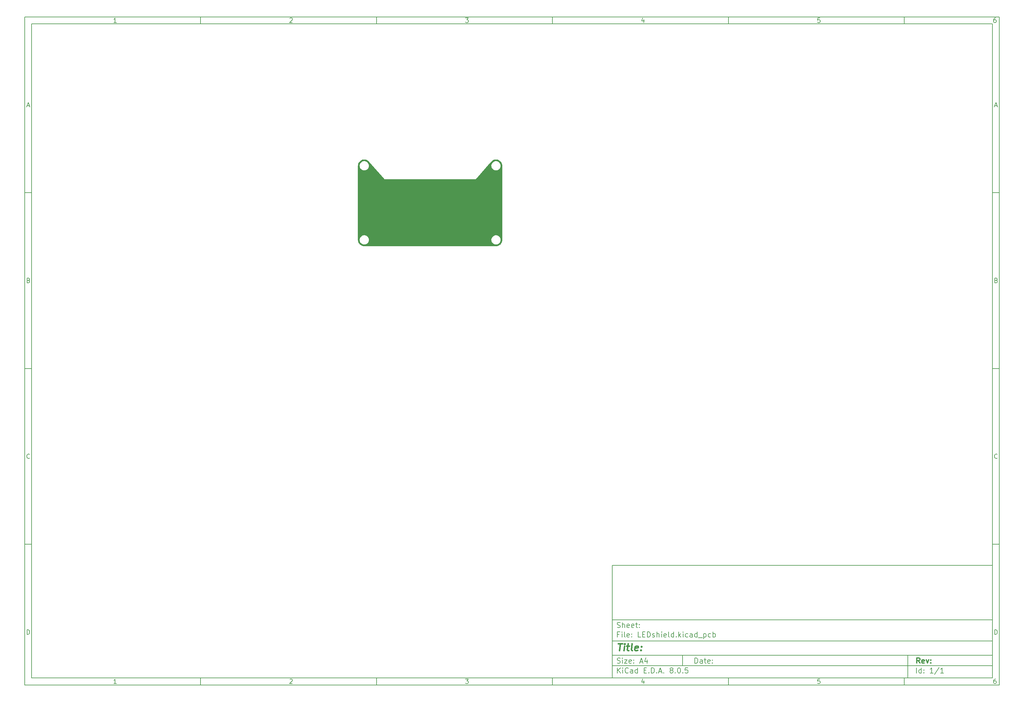
<source format=gbr>
%TF.GenerationSoftware,KiCad,Pcbnew,8.0.5*%
%TF.CreationDate,2024-11-03T22:21:08+08:00*%
%TF.ProjectId,LEDshield,4c454473-6869-4656-9c64-2e6b69636164,rev?*%
%TF.SameCoordinates,Original*%
%TF.FileFunction,Copper,L2,Bot*%
%TF.FilePolarity,Positive*%
%FSLAX46Y46*%
G04 Gerber Fmt 4.6, Leading zero omitted, Abs format (unit mm)*
G04 Created by KiCad (PCBNEW 8.0.5) date 2024-11-03 22:21:08*
%MOMM*%
%LPD*%
G01*
G04 APERTURE LIST*
%ADD10C,0.100000*%
%ADD11C,0.150000*%
%ADD12C,0.300000*%
%ADD13C,0.400000*%
%TA.AperFunction,ViaPad*%
%ADD14C,0.600000*%
%TD*%
G04 APERTURE END LIST*
D10*
D11*
X177002200Y-166007200D02*
X285002200Y-166007200D01*
X285002200Y-198007200D01*
X177002200Y-198007200D01*
X177002200Y-166007200D01*
D10*
D11*
X10000000Y-10000000D02*
X287002200Y-10000000D01*
X287002200Y-200007200D01*
X10000000Y-200007200D01*
X10000000Y-10000000D01*
D10*
D11*
X12000000Y-12000000D02*
X285002200Y-12000000D01*
X285002200Y-198007200D01*
X12000000Y-198007200D01*
X12000000Y-12000000D01*
D10*
D11*
X60000000Y-12000000D02*
X60000000Y-10000000D01*
D10*
D11*
X110000000Y-12000000D02*
X110000000Y-10000000D01*
D10*
D11*
X160000000Y-12000000D02*
X160000000Y-10000000D01*
D10*
D11*
X210000000Y-12000000D02*
X210000000Y-10000000D01*
D10*
D11*
X260000000Y-12000000D02*
X260000000Y-10000000D01*
D10*
D11*
X36089160Y-11593604D02*
X35346303Y-11593604D01*
X35717731Y-11593604D02*
X35717731Y-10293604D01*
X35717731Y-10293604D02*
X35593922Y-10479319D01*
X35593922Y-10479319D02*
X35470112Y-10603128D01*
X35470112Y-10603128D02*
X35346303Y-10665033D01*
D10*
D11*
X85346303Y-10417414D02*
X85408207Y-10355509D01*
X85408207Y-10355509D02*
X85532017Y-10293604D01*
X85532017Y-10293604D02*
X85841541Y-10293604D01*
X85841541Y-10293604D02*
X85965350Y-10355509D01*
X85965350Y-10355509D02*
X86027255Y-10417414D01*
X86027255Y-10417414D02*
X86089160Y-10541223D01*
X86089160Y-10541223D02*
X86089160Y-10665033D01*
X86089160Y-10665033D02*
X86027255Y-10850747D01*
X86027255Y-10850747D02*
X85284398Y-11593604D01*
X85284398Y-11593604D02*
X86089160Y-11593604D01*
D10*
D11*
X135284398Y-10293604D02*
X136089160Y-10293604D01*
X136089160Y-10293604D02*
X135655826Y-10788842D01*
X135655826Y-10788842D02*
X135841541Y-10788842D01*
X135841541Y-10788842D02*
X135965350Y-10850747D01*
X135965350Y-10850747D02*
X136027255Y-10912652D01*
X136027255Y-10912652D02*
X136089160Y-11036461D01*
X136089160Y-11036461D02*
X136089160Y-11345985D01*
X136089160Y-11345985D02*
X136027255Y-11469795D01*
X136027255Y-11469795D02*
X135965350Y-11531700D01*
X135965350Y-11531700D02*
X135841541Y-11593604D01*
X135841541Y-11593604D02*
X135470112Y-11593604D01*
X135470112Y-11593604D02*
X135346303Y-11531700D01*
X135346303Y-11531700D02*
X135284398Y-11469795D01*
D10*
D11*
X185965350Y-10726938D02*
X185965350Y-11593604D01*
X185655826Y-10231700D02*
X185346303Y-11160271D01*
X185346303Y-11160271D02*
X186151064Y-11160271D01*
D10*
D11*
X236027255Y-10293604D02*
X235408207Y-10293604D01*
X235408207Y-10293604D02*
X235346303Y-10912652D01*
X235346303Y-10912652D02*
X235408207Y-10850747D01*
X235408207Y-10850747D02*
X235532017Y-10788842D01*
X235532017Y-10788842D02*
X235841541Y-10788842D01*
X235841541Y-10788842D02*
X235965350Y-10850747D01*
X235965350Y-10850747D02*
X236027255Y-10912652D01*
X236027255Y-10912652D02*
X236089160Y-11036461D01*
X236089160Y-11036461D02*
X236089160Y-11345985D01*
X236089160Y-11345985D02*
X236027255Y-11469795D01*
X236027255Y-11469795D02*
X235965350Y-11531700D01*
X235965350Y-11531700D02*
X235841541Y-11593604D01*
X235841541Y-11593604D02*
X235532017Y-11593604D01*
X235532017Y-11593604D02*
X235408207Y-11531700D01*
X235408207Y-11531700D02*
X235346303Y-11469795D01*
D10*
D11*
X285965350Y-10293604D02*
X285717731Y-10293604D01*
X285717731Y-10293604D02*
X285593922Y-10355509D01*
X285593922Y-10355509D02*
X285532017Y-10417414D01*
X285532017Y-10417414D02*
X285408207Y-10603128D01*
X285408207Y-10603128D02*
X285346303Y-10850747D01*
X285346303Y-10850747D02*
X285346303Y-11345985D01*
X285346303Y-11345985D02*
X285408207Y-11469795D01*
X285408207Y-11469795D02*
X285470112Y-11531700D01*
X285470112Y-11531700D02*
X285593922Y-11593604D01*
X285593922Y-11593604D02*
X285841541Y-11593604D01*
X285841541Y-11593604D02*
X285965350Y-11531700D01*
X285965350Y-11531700D02*
X286027255Y-11469795D01*
X286027255Y-11469795D02*
X286089160Y-11345985D01*
X286089160Y-11345985D02*
X286089160Y-11036461D01*
X286089160Y-11036461D02*
X286027255Y-10912652D01*
X286027255Y-10912652D02*
X285965350Y-10850747D01*
X285965350Y-10850747D02*
X285841541Y-10788842D01*
X285841541Y-10788842D02*
X285593922Y-10788842D01*
X285593922Y-10788842D02*
X285470112Y-10850747D01*
X285470112Y-10850747D02*
X285408207Y-10912652D01*
X285408207Y-10912652D02*
X285346303Y-11036461D01*
D10*
D11*
X60000000Y-198007200D02*
X60000000Y-200007200D01*
D10*
D11*
X110000000Y-198007200D02*
X110000000Y-200007200D01*
D10*
D11*
X160000000Y-198007200D02*
X160000000Y-200007200D01*
D10*
D11*
X210000000Y-198007200D02*
X210000000Y-200007200D01*
D10*
D11*
X260000000Y-198007200D02*
X260000000Y-200007200D01*
D10*
D11*
X36089160Y-199600804D02*
X35346303Y-199600804D01*
X35717731Y-199600804D02*
X35717731Y-198300804D01*
X35717731Y-198300804D02*
X35593922Y-198486519D01*
X35593922Y-198486519D02*
X35470112Y-198610328D01*
X35470112Y-198610328D02*
X35346303Y-198672233D01*
D10*
D11*
X85346303Y-198424614D02*
X85408207Y-198362709D01*
X85408207Y-198362709D02*
X85532017Y-198300804D01*
X85532017Y-198300804D02*
X85841541Y-198300804D01*
X85841541Y-198300804D02*
X85965350Y-198362709D01*
X85965350Y-198362709D02*
X86027255Y-198424614D01*
X86027255Y-198424614D02*
X86089160Y-198548423D01*
X86089160Y-198548423D02*
X86089160Y-198672233D01*
X86089160Y-198672233D02*
X86027255Y-198857947D01*
X86027255Y-198857947D02*
X85284398Y-199600804D01*
X85284398Y-199600804D02*
X86089160Y-199600804D01*
D10*
D11*
X135284398Y-198300804D02*
X136089160Y-198300804D01*
X136089160Y-198300804D02*
X135655826Y-198796042D01*
X135655826Y-198796042D02*
X135841541Y-198796042D01*
X135841541Y-198796042D02*
X135965350Y-198857947D01*
X135965350Y-198857947D02*
X136027255Y-198919852D01*
X136027255Y-198919852D02*
X136089160Y-199043661D01*
X136089160Y-199043661D02*
X136089160Y-199353185D01*
X136089160Y-199353185D02*
X136027255Y-199476995D01*
X136027255Y-199476995D02*
X135965350Y-199538900D01*
X135965350Y-199538900D02*
X135841541Y-199600804D01*
X135841541Y-199600804D02*
X135470112Y-199600804D01*
X135470112Y-199600804D02*
X135346303Y-199538900D01*
X135346303Y-199538900D02*
X135284398Y-199476995D01*
D10*
D11*
X185965350Y-198734138D02*
X185965350Y-199600804D01*
X185655826Y-198238900D02*
X185346303Y-199167471D01*
X185346303Y-199167471D02*
X186151064Y-199167471D01*
D10*
D11*
X236027255Y-198300804D02*
X235408207Y-198300804D01*
X235408207Y-198300804D02*
X235346303Y-198919852D01*
X235346303Y-198919852D02*
X235408207Y-198857947D01*
X235408207Y-198857947D02*
X235532017Y-198796042D01*
X235532017Y-198796042D02*
X235841541Y-198796042D01*
X235841541Y-198796042D02*
X235965350Y-198857947D01*
X235965350Y-198857947D02*
X236027255Y-198919852D01*
X236027255Y-198919852D02*
X236089160Y-199043661D01*
X236089160Y-199043661D02*
X236089160Y-199353185D01*
X236089160Y-199353185D02*
X236027255Y-199476995D01*
X236027255Y-199476995D02*
X235965350Y-199538900D01*
X235965350Y-199538900D02*
X235841541Y-199600804D01*
X235841541Y-199600804D02*
X235532017Y-199600804D01*
X235532017Y-199600804D02*
X235408207Y-199538900D01*
X235408207Y-199538900D02*
X235346303Y-199476995D01*
D10*
D11*
X285965350Y-198300804D02*
X285717731Y-198300804D01*
X285717731Y-198300804D02*
X285593922Y-198362709D01*
X285593922Y-198362709D02*
X285532017Y-198424614D01*
X285532017Y-198424614D02*
X285408207Y-198610328D01*
X285408207Y-198610328D02*
X285346303Y-198857947D01*
X285346303Y-198857947D02*
X285346303Y-199353185D01*
X285346303Y-199353185D02*
X285408207Y-199476995D01*
X285408207Y-199476995D02*
X285470112Y-199538900D01*
X285470112Y-199538900D02*
X285593922Y-199600804D01*
X285593922Y-199600804D02*
X285841541Y-199600804D01*
X285841541Y-199600804D02*
X285965350Y-199538900D01*
X285965350Y-199538900D02*
X286027255Y-199476995D01*
X286027255Y-199476995D02*
X286089160Y-199353185D01*
X286089160Y-199353185D02*
X286089160Y-199043661D01*
X286089160Y-199043661D02*
X286027255Y-198919852D01*
X286027255Y-198919852D02*
X285965350Y-198857947D01*
X285965350Y-198857947D02*
X285841541Y-198796042D01*
X285841541Y-198796042D02*
X285593922Y-198796042D01*
X285593922Y-198796042D02*
X285470112Y-198857947D01*
X285470112Y-198857947D02*
X285408207Y-198919852D01*
X285408207Y-198919852D02*
X285346303Y-199043661D01*
D10*
D11*
X10000000Y-60000000D02*
X12000000Y-60000000D01*
D10*
D11*
X10000000Y-110000000D02*
X12000000Y-110000000D01*
D10*
D11*
X10000000Y-160000000D02*
X12000000Y-160000000D01*
D10*
D11*
X10690476Y-35222176D02*
X11309523Y-35222176D01*
X10566666Y-35593604D02*
X10999999Y-34293604D01*
X10999999Y-34293604D02*
X11433333Y-35593604D01*
D10*
D11*
X11092857Y-84912652D02*
X11278571Y-84974557D01*
X11278571Y-84974557D02*
X11340476Y-85036461D01*
X11340476Y-85036461D02*
X11402380Y-85160271D01*
X11402380Y-85160271D02*
X11402380Y-85345985D01*
X11402380Y-85345985D02*
X11340476Y-85469795D01*
X11340476Y-85469795D02*
X11278571Y-85531700D01*
X11278571Y-85531700D02*
X11154761Y-85593604D01*
X11154761Y-85593604D02*
X10659523Y-85593604D01*
X10659523Y-85593604D02*
X10659523Y-84293604D01*
X10659523Y-84293604D02*
X11092857Y-84293604D01*
X11092857Y-84293604D02*
X11216666Y-84355509D01*
X11216666Y-84355509D02*
X11278571Y-84417414D01*
X11278571Y-84417414D02*
X11340476Y-84541223D01*
X11340476Y-84541223D02*
X11340476Y-84665033D01*
X11340476Y-84665033D02*
X11278571Y-84788842D01*
X11278571Y-84788842D02*
X11216666Y-84850747D01*
X11216666Y-84850747D02*
X11092857Y-84912652D01*
X11092857Y-84912652D02*
X10659523Y-84912652D01*
D10*
D11*
X11402380Y-135469795D02*
X11340476Y-135531700D01*
X11340476Y-135531700D02*
X11154761Y-135593604D01*
X11154761Y-135593604D02*
X11030952Y-135593604D01*
X11030952Y-135593604D02*
X10845238Y-135531700D01*
X10845238Y-135531700D02*
X10721428Y-135407890D01*
X10721428Y-135407890D02*
X10659523Y-135284080D01*
X10659523Y-135284080D02*
X10597619Y-135036461D01*
X10597619Y-135036461D02*
X10597619Y-134850747D01*
X10597619Y-134850747D02*
X10659523Y-134603128D01*
X10659523Y-134603128D02*
X10721428Y-134479319D01*
X10721428Y-134479319D02*
X10845238Y-134355509D01*
X10845238Y-134355509D02*
X11030952Y-134293604D01*
X11030952Y-134293604D02*
X11154761Y-134293604D01*
X11154761Y-134293604D02*
X11340476Y-134355509D01*
X11340476Y-134355509D02*
X11402380Y-134417414D01*
D10*
D11*
X10659523Y-185593604D02*
X10659523Y-184293604D01*
X10659523Y-184293604D02*
X10969047Y-184293604D01*
X10969047Y-184293604D02*
X11154761Y-184355509D01*
X11154761Y-184355509D02*
X11278571Y-184479319D01*
X11278571Y-184479319D02*
X11340476Y-184603128D01*
X11340476Y-184603128D02*
X11402380Y-184850747D01*
X11402380Y-184850747D02*
X11402380Y-185036461D01*
X11402380Y-185036461D02*
X11340476Y-185284080D01*
X11340476Y-185284080D02*
X11278571Y-185407890D01*
X11278571Y-185407890D02*
X11154761Y-185531700D01*
X11154761Y-185531700D02*
X10969047Y-185593604D01*
X10969047Y-185593604D02*
X10659523Y-185593604D01*
D10*
D11*
X287002200Y-60000000D02*
X285002200Y-60000000D01*
D10*
D11*
X287002200Y-110000000D02*
X285002200Y-110000000D01*
D10*
D11*
X287002200Y-160000000D02*
X285002200Y-160000000D01*
D10*
D11*
X285692676Y-35222176D02*
X286311723Y-35222176D01*
X285568866Y-35593604D02*
X286002199Y-34293604D01*
X286002199Y-34293604D02*
X286435533Y-35593604D01*
D10*
D11*
X286095057Y-84912652D02*
X286280771Y-84974557D01*
X286280771Y-84974557D02*
X286342676Y-85036461D01*
X286342676Y-85036461D02*
X286404580Y-85160271D01*
X286404580Y-85160271D02*
X286404580Y-85345985D01*
X286404580Y-85345985D02*
X286342676Y-85469795D01*
X286342676Y-85469795D02*
X286280771Y-85531700D01*
X286280771Y-85531700D02*
X286156961Y-85593604D01*
X286156961Y-85593604D02*
X285661723Y-85593604D01*
X285661723Y-85593604D02*
X285661723Y-84293604D01*
X285661723Y-84293604D02*
X286095057Y-84293604D01*
X286095057Y-84293604D02*
X286218866Y-84355509D01*
X286218866Y-84355509D02*
X286280771Y-84417414D01*
X286280771Y-84417414D02*
X286342676Y-84541223D01*
X286342676Y-84541223D02*
X286342676Y-84665033D01*
X286342676Y-84665033D02*
X286280771Y-84788842D01*
X286280771Y-84788842D02*
X286218866Y-84850747D01*
X286218866Y-84850747D02*
X286095057Y-84912652D01*
X286095057Y-84912652D02*
X285661723Y-84912652D01*
D10*
D11*
X286404580Y-135469795D02*
X286342676Y-135531700D01*
X286342676Y-135531700D02*
X286156961Y-135593604D01*
X286156961Y-135593604D02*
X286033152Y-135593604D01*
X286033152Y-135593604D02*
X285847438Y-135531700D01*
X285847438Y-135531700D02*
X285723628Y-135407890D01*
X285723628Y-135407890D02*
X285661723Y-135284080D01*
X285661723Y-135284080D02*
X285599819Y-135036461D01*
X285599819Y-135036461D02*
X285599819Y-134850747D01*
X285599819Y-134850747D02*
X285661723Y-134603128D01*
X285661723Y-134603128D02*
X285723628Y-134479319D01*
X285723628Y-134479319D02*
X285847438Y-134355509D01*
X285847438Y-134355509D02*
X286033152Y-134293604D01*
X286033152Y-134293604D02*
X286156961Y-134293604D01*
X286156961Y-134293604D02*
X286342676Y-134355509D01*
X286342676Y-134355509D02*
X286404580Y-134417414D01*
D10*
D11*
X285661723Y-185593604D02*
X285661723Y-184293604D01*
X285661723Y-184293604D02*
X285971247Y-184293604D01*
X285971247Y-184293604D02*
X286156961Y-184355509D01*
X286156961Y-184355509D02*
X286280771Y-184479319D01*
X286280771Y-184479319D02*
X286342676Y-184603128D01*
X286342676Y-184603128D02*
X286404580Y-184850747D01*
X286404580Y-184850747D02*
X286404580Y-185036461D01*
X286404580Y-185036461D02*
X286342676Y-185284080D01*
X286342676Y-185284080D02*
X286280771Y-185407890D01*
X286280771Y-185407890D02*
X286156961Y-185531700D01*
X286156961Y-185531700D02*
X285971247Y-185593604D01*
X285971247Y-185593604D02*
X285661723Y-185593604D01*
D10*
D11*
X200458026Y-193793328D02*
X200458026Y-192293328D01*
X200458026Y-192293328D02*
X200815169Y-192293328D01*
X200815169Y-192293328D02*
X201029455Y-192364757D01*
X201029455Y-192364757D02*
X201172312Y-192507614D01*
X201172312Y-192507614D02*
X201243741Y-192650471D01*
X201243741Y-192650471D02*
X201315169Y-192936185D01*
X201315169Y-192936185D02*
X201315169Y-193150471D01*
X201315169Y-193150471D02*
X201243741Y-193436185D01*
X201243741Y-193436185D02*
X201172312Y-193579042D01*
X201172312Y-193579042D02*
X201029455Y-193721900D01*
X201029455Y-193721900D02*
X200815169Y-193793328D01*
X200815169Y-193793328D02*
X200458026Y-193793328D01*
X202600884Y-193793328D02*
X202600884Y-193007614D01*
X202600884Y-193007614D02*
X202529455Y-192864757D01*
X202529455Y-192864757D02*
X202386598Y-192793328D01*
X202386598Y-192793328D02*
X202100884Y-192793328D01*
X202100884Y-192793328D02*
X201958026Y-192864757D01*
X202600884Y-193721900D02*
X202458026Y-193793328D01*
X202458026Y-193793328D02*
X202100884Y-193793328D01*
X202100884Y-193793328D02*
X201958026Y-193721900D01*
X201958026Y-193721900D02*
X201886598Y-193579042D01*
X201886598Y-193579042D02*
X201886598Y-193436185D01*
X201886598Y-193436185D02*
X201958026Y-193293328D01*
X201958026Y-193293328D02*
X202100884Y-193221900D01*
X202100884Y-193221900D02*
X202458026Y-193221900D01*
X202458026Y-193221900D02*
X202600884Y-193150471D01*
X203100884Y-192793328D02*
X203672312Y-192793328D01*
X203315169Y-192293328D02*
X203315169Y-193579042D01*
X203315169Y-193579042D02*
X203386598Y-193721900D01*
X203386598Y-193721900D02*
X203529455Y-193793328D01*
X203529455Y-193793328D02*
X203672312Y-193793328D01*
X204743741Y-193721900D02*
X204600884Y-193793328D01*
X204600884Y-193793328D02*
X204315170Y-193793328D01*
X204315170Y-193793328D02*
X204172312Y-193721900D01*
X204172312Y-193721900D02*
X204100884Y-193579042D01*
X204100884Y-193579042D02*
X204100884Y-193007614D01*
X204100884Y-193007614D02*
X204172312Y-192864757D01*
X204172312Y-192864757D02*
X204315170Y-192793328D01*
X204315170Y-192793328D02*
X204600884Y-192793328D01*
X204600884Y-192793328D02*
X204743741Y-192864757D01*
X204743741Y-192864757D02*
X204815170Y-193007614D01*
X204815170Y-193007614D02*
X204815170Y-193150471D01*
X204815170Y-193150471D02*
X204100884Y-193293328D01*
X205458026Y-193650471D02*
X205529455Y-193721900D01*
X205529455Y-193721900D02*
X205458026Y-193793328D01*
X205458026Y-193793328D02*
X205386598Y-193721900D01*
X205386598Y-193721900D02*
X205458026Y-193650471D01*
X205458026Y-193650471D02*
X205458026Y-193793328D01*
X205458026Y-192864757D02*
X205529455Y-192936185D01*
X205529455Y-192936185D02*
X205458026Y-193007614D01*
X205458026Y-193007614D02*
X205386598Y-192936185D01*
X205386598Y-192936185D02*
X205458026Y-192864757D01*
X205458026Y-192864757D02*
X205458026Y-193007614D01*
D10*
D11*
X177002200Y-194507200D02*
X285002200Y-194507200D01*
D10*
D11*
X178458026Y-196593328D02*
X178458026Y-195093328D01*
X179315169Y-196593328D02*
X178672312Y-195736185D01*
X179315169Y-195093328D02*
X178458026Y-195950471D01*
X179958026Y-196593328D02*
X179958026Y-195593328D01*
X179958026Y-195093328D02*
X179886598Y-195164757D01*
X179886598Y-195164757D02*
X179958026Y-195236185D01*
X179958026Y-195236185D02*
X180029455Y-195164757D01*
X180029455Y-195164757D02*
X179958026Y-195093328D01*
X179958026Y-195093328D02*
X179958026Y-195236185D01*
X181529455Y-196450471D02*
X181458027Y-196521900D01*
X181458027Y-196521900D02*
X181243741Y-196593328D01*
X181243741Y-196593328D02*
X181100884Y-196593328D01*
X181100884Y-196593328D02*
X180886598Y-196521900D01*
X180886598Y-196521900D02*
X180743741Y-196379042D01*
X180743741Y-196379042D02*
X180672312Y-196236185D01*
X180672312Y-196236185D02*
X180600884Y-195950471D01*
X180600884Y-195950471D02*
X180600884Y-195736185D01*
X180600884Y-195736185D02*
X180672312Y-195450471D01*
X180672312Y-195450471D02*
X180743741Y-195307614D01*
X180743741Y-195307614D02*
X180886598Y-195164757D01*
X180886598Y-195164757D02*
X181100884Y-195093328D01*
X181100884Y-195093328D02*
X181243741Y-195093328D01*
X181243741Y-195093328D02*
X181458027Y-195164757D01*
X181458027Y-195164757D02*
X181529455Y-195236185D01*
X182815170Y-196593328D02*
X182815170Y-195807614D01*
X182815170Y-195807614D02*
X182743741Y-195664757D01*
X182743741Y-195664757D02*
X182600884Y-195593328D01*
X182600884Y-195593328D02*
X182315170Y-195593328D01*
X182315170Y-195593328D02*
X182172312Y-195664757D01*
X182815170Y-196521900D02*
X182672312Y-196593328D01*
X182672312Y-196593328D02*
X182315170Y-196593328D01*
X182315170Y-196593328D02*
X182172312Y-196521900D01*
X182172312Y-196521900D02*
X182100884Y-196379042D01*
X182100884Y-196379042D02*
X182100884Y-196236185D01*
X182100884Y-196236185D02*
X182172312Y-196093328D01*
X182172312Y-196093328D02*
X182315170Y-196021900D01*
X182315170Y-196021900D02*
X182672312Y-196021900D01*
X182672312Y-196021900D02*
X182815170Y-195950471D01*
X184172313Y-196593328D02*
X184172313Y-195093328D01*
X184172313Y-196521900D02*
X184029455Y-196593328D01*
X184029455Y-196593328D02*
X183743741Y-196593328D01*
X183743741Y-196593328D02*
X183600884Y-196521900D01*
X183600884Y-196521900D02*
X183529455Y-196450471D01*
X183529455Y-196450471D02*
X183458027Y-196307614D01*
X183458027Y-196307614D02*
X183458027Y-195879042D01*
X183458027Y-195879042D02*
X183529455Y-195736185D01*
X183529455Y-195736185D02*
X183600884Y-195664757D01*
X183600884Y-195664757D02*
X183743741Y-195593328D01*
X183743741Y-195593328D02*
X184029455Y-195593328D01*
X184029455Y-195593328D02*
X184172313Y-195664757D01*
X186029455Y-195807614D02*
X186529455Y-195807614D01*
X186743741Y-196593328D02*
X186029455Y-196593328D01*
X186029455Y-196593328D02*
X186029455Y-195093328D01*
X186029455Y-195093328D02*
X186743741Y-195093328D01*
X187386598Y-196450471D02*
X187458027Y-196521900D01*
X187458027Y-196521900D02*
X187386598Y-196593328D01*
X187386598Y-196593328D02*
X187315170Y-196521900D01*
X187315170Y-196521900D02*
X187386598Y-196450471D01*
X187386598Y-196450471D02*
X187386598Y-196593328D01*
X188100884Y-196593328D02*
X188100884Y-195093328D01*
X188100884Y-195093328D02*
X188458027Y-195093328D01*
X188458027Y-195093328D02*
X188672313Y-195164757D01*
X188672313Y-195164757D02*
X188815170Y-195307614D01*
X188815170Y-195307614D02*
X188886599Y-195450471D01*
X188886599Y-195450471D02*
X188958027Y-195736185D01*
X188958027Y-195736185D02*
X188958027Y-195950471D01*
X188958027Y-195950471D02*
X188886599Y-196236185D01*
X188886599Y-196236185D02*
X188815170Y-196379042D01*
X188815170Y-196379042D02*
X188672313Y-196521900D01*
X188672313Y-196521900D02*
X188458027Y-196593328D01*
X188458027Y-196593328D02*
X188100884Y-196593328D01*
X189600884Y-196450471D02*
X189672313Y-196521900D01*
X189672313Y-196521900D02*
X189600884Y-196593328D01*
X189600884Y-196593328D02*
X189529456Y-196521900D01*
X189529456Y-196521900D02*
X189600884Y-196450471D01*
X189600884Y-196450471D02*
X189600884Y-196593328D01*
X190243742Y-196164757D02*
X190958028Y-196164757D01*
X190100885Y-196593328D02*
X190600885Y-195093328D01*
X190600885Y-195093328D02*
X191100885Y-196593328D01*
X191600884Y-196450471D02*
X191672313Y-196521900D01*
X191672313Y-196521900D02*
X191600884Y-196593328D01*
X191600884Y-196593328D02*
X191529456Y-196521900D01*
X191529456Y-196521900D02*
X191600884Y-196450471D01*
X191600884Y-196450471D02*
X191600884Y-196593328D01*
X193672313Y-195736185D02*
X193529456Y-195664757D01*
X193529456Y-195664757D02*
X193458027Y-195593328D01*
X193458027Y-195593328D02*
X193386599Y-195450471D01*
X193386599Y-195450471D02*
X193386599Y-195379042D01*
X193386599Y-195379042D02*
X193458027Y-195236185D01*
X193458027Y-195236185D02*
X193529456Y-195164757D01*
X193529456Y-195164757D02*
X193672313Y-195093328D01*
X193672313Y-195093328D02*
X193958027Y-195093328D01*
X193958027Y-195093328D02*
X194100885Y-195164757D01*
X194100885Y-195164757D02*
X194172313Y-195236185D01*
X194172313Y-195236185D02*
X194243742Y-195379042D01*
X194243742Y-195379042D02*
X194243742Y-195450471D01*
X194243742Y-195450471D02*
X194172313Y-195593328D01*
X194172313Y-195593328D02*
X194100885Y-195664757D01*
X194100885Y-195664757D02*
X193958027Y-195736185D01*
X193958027Y-195736185D02*
X193672313Y-195736185D01*
X193672313Y-195736185D02*
X193529456Y-195807614D01*
X193529456Y-195807614D02*
X193458027Y-195879042D01*
X193458027Y-195879042D02*
X193386599Y-196021900D01*
X193386599Y-196021900D02*
X193386599Y-196307614D01*
X193386599Y-196307614D02*
X193458027Y-196450471D01*
X193458027Y-196450471D02*
X193529456Y-196521900D01*
X193529456Y-196521900D02*
X193672313Y-196593328D01*
X193672313Y-196593328D02*
X193958027Y-196593328D01*
X193958027Y-196593328D02*
X194100885Y-196521900D01*
X194100885Y-196521900D02*
X194172313Y-196450471D01*
X194172313Y-196450471D02*
X194243742Y-196307614D01*
X194243742Y-196307614D02*
X194243742Y-196021900D01*
X194243742Y-196021900D02*
X194172313Y-195879042D01*
X194172313Y-195879042D02*
X194100885Y-195807614D01*
X194100885Y-195807614D02*
X193958027Y-195736185D01*
X194886598Y-196450471D02*
X194958027Y-196521900D01*
X194958027Y-196521900D02*
X194886598Y-196593328D01*
X194886598Y-196593328D02*
X194815170Y-196521900D01*
X194815170Y-196521900D02*
X194886598Y-196450471D01*
X194886598Y-196450471D02*
X194886598Y-196593328D01*
X195886599Y-195093328D02*
X196029456Y-195093328D01*
X196029456Y-195093328D02*
X196172313Y-195164757D01*
X196172313Y-195164757D02*
X196243742Y-195236185D01*
X196243742Y-195236185D02*
X196315170Y-195379042D01*
X196315170Y-195379042D02*
X196386599Y-195664757D01*
X196386599Y-195664757D02*
X196386599Y-196021900D01*
X196386599Y-196021900D02*
X196315170Y-196307614D01*
X196315170Y-196307614D02*
X196243742Y-196450471D01*
X196243742Y-196450471D02*
X196172313Y-196521900D01*
X196172313Y-196521900D02*
X196029456Y-196593328D01*
X196029456Y-196593328D02*
X195886599Y-196593328D01*
X195886599Y-196593328D02*
X195743742Y-196521900D01*
X195743742Y-196521900D02*
X195672313Y-196450471D01*
X195672313Y-196450471D02*
X195600884Y-196307614D01*
X195600884Y-196307614D02*
X195529456Y-196021900D01*
X195529456Y-196021900D02*
X195529456Y-195664757D01*
X195529456Y-195664757D02*
X195600884Y-195379042D01*
X195600884Y-195379042D02*
X195672313Y-195236185D01*
X195672313Y-195236185D02*
X195743742Y-195164757D01*
X195743742Y-195164757D02*
X195886599Y-195093328D01*
X197029455Y-196450471D02*
X197100884Y-196521900D01*
X197100884Y-196521900D02*
X197029455Y-196593328D01*
X197029455Y-196593328D02*
X196958027Y-196521900D01*
X196958027Y-196521900D02*
X197029455Y-196450471D01*
X197029455Y-196450471D02*
X197029455Y-196593328D01*
X198458027Y-195093328D02*
X197743741Y-195093328D01*
X197743741Y-195093328D02*
X197672313Y-195807614D01*
X197672313Y-195807614D02*
X197743741Y-195736185D01*
X197743741Y-195736185D02*
X197886599Y-195664757D01*
X197886599Y-195664757D02*
X198243741Y-195664757D01*
X198243741Y-195664757D02*
X198386599Y-195736185D01*
X198386599Y-195736185D02*
X198458027Y-195807614D01*
X198458027Y-195807614D02*
X198529456Y-195950471D01*
X198529456Y-195950471D02*
X198529456Y-196307614D01*
X198529456Y-196307614D02*
X198458027Y-196450471D01*
X198458027Y-196450471D02*
X198386599Y-196521900D01*
X198386599Y-196521900D02*
X198243741Y-196593328D01*
X198243741Y-196593328D02*
X197886599Y-196593328D01*
X197886599Y-196593328D02*
X197743741Y-196521900D01*
X197743741Y-196521900D02*
X197672313Y-196450471D01*
D10*
D11*
X177002200Y-191507200D02*
X285002200Y-191507200D01*
D10*
D12*
X264413853Y-193785528D02*
X263913853Y-193071242D01*
X263556710Y-193785528D02*
X263556710Y-192285528D01*
X263556710Y-192285528D02*
X264128139Y-192285528D01*
X264128139Y-192285528D02*
X264270996Y-192356957D01*
X264270996Y-192356957D02*
X264342425Y-192428385D01*
X264342425Y-192428385D02*
X264413853Y-192571242D01*
X264413853Y-192571242D02*
X264413853Y-192785528D01*
X264413853Y-192785528D02*
X264342425Y-192928385D01*
X264342425Y-192928385D02*
X264270996Y-192999814D01*
X264270996Y-192999814D02*
X264128139Y-193071242D01*
X264128139Y-193071242D02*
X263556710Y-193071242D01*
X265628139Y-193714100D02*
X265485282Y-193785528D01*
X265485282Y-193785528D02*
X265199568Y-193785528D01*
X265199568Y-193785528D02*
X265056710Y-193714100D01*
X265056710Y-193714100D02*
X264985282Y-193571242D01*
X264985282Y-193571242D02*
X264985282Y-192999814D01*
X264985282Y-192999814D02*
X265056710Y-192856957D01*
X265056710Y-192856957D02*
X265199568Y-192785528D01*
X265199568Y-192785528D02*
X265485282Y-192785528D01*
X265485282Y-192785528D02*
X265628139Y-192856957D01*
X265628139Y-192856957D02*
X265699568Y-192999814D01*
X265699568Y-192999814D02*
X265699568Y-193142671D01*
X265699568Y-193142671D02*
X264985282Y-193285528D01*
X266199567Y-192785528D02*
X266556710Y-193785528D01*
X266556710Y-193785528D02*
X266913853Y-192785528D01*
X267485281Y-193642671D02*
X267556710Y-193714100D01*
X267556710Y-193714100D02*
X267485281Y-193785528D01*
X267485281Y-193785528D02*
X267413853Y-193714100D01*
X267413853Y-193714100D02*
X267485281Y-193642671D01*
X267485281Y-193642671D02*
X267485281Y-193785528D01*
X267485281Y-192856957D02*
X267556710Y-192928385D01*
X267556710Y-192928385D02*
X267485281Y-192999814D01*
X267485281Y-192999814D02*
X267413853Y-192928385D01*
X267413853Y-192928385D02*
X267485281Y-192856957D01*
X267485281Y-192856957D02*
X267485281Y-192999814D01*
D10*
D11*
X178386598Y-193721900D02*
X178600884Y-193793328D01*
X178600884Y-193793328D02*
X178958026Y-193793328D01*
X178958026Y-193793328D02*
X179100884Y-193721900D01*
X179100884Y-193721900D02*
X179172312Y-193650471D01*
X179172312Y-193650471D02*
X179243741Y-193507614D01*
X179243741Y-193507614D02*
X179243741Y-193364757D01*
X179243741Y-193364757D02*
X179172312Y-193221900D01*
X179172312Y-193221900D02*
X179100884Y-193150471D01*
X179100884Y-193150471D02*
X178958026Y-193079042D01*
X178958026Y-193079042D02*
X178672312Y-193007614D01*
X178672312Y-193007614D02*
X178529455Y-192936185D01*
X178529455Y-192936185D02*
X178458026Y-192864757D01*
X178458026Y-192864757D02*
X178386598Y-192721900D01*
X178386598Y-192721900D02*
X178386598Y-192579042D01*
X178386598Y-192579042D02*
X178458026Y-192436185D01*
X178458026Y-192436185D02*
X178529455Y-192364757D01*
X178529455Y-192364757D02*
X178672312Y-192293328D01*
X178672312Y-192293328D02*
X179029455Y-192293328D01*
X179029455Y-192293328D02*
X179243741Y-192364757D01*
X179886597Y-193793328D02*
X179886597Y-192793328D01*
X179886597Y-192293328D02*
X179815169Y-192364757D01*
X179815169Y-192364757D02*
X179886597Y-192436185D01*
X179886597Y-192436185D02*
X179958026Y-192364757D01*
X179958026Y-192364757D02*
X179886597Y-192293328D01*
X179886597Y-192293328D02*
X179886597Y-192436185D01*
X180458026Y-192793328D02*
X181243741Y-192793328D01*
X181243741Y-192793328D02*
X180458026Y-193793328D01*
X180458026Y-193793328D02*
X181243741Y-193793328D01*
X182386598Y-193721900D02*
X182243741Y-193793328D01*
X182243741Y-193793328D02*
X181958027Y-193793328D01*
X181958027Y-193793328D02*
X181815169Y-193721900D01*
X181815169Y-193721900D02*
X181743741Y-193579042D01*
X181743741Y-193579042D02*
X181743741Y-193007614D01*
X181743741Y-193007614D02*
X181815169Y-192864757D01*
X181815169Y-192864757D02*
X181958027Y-192793328D01*
X181958027Y-192793328D02*
X182243741Y-192793328D01*
X182243741Y-192793328D02*
X182386598Y-192864757D01*
X182386598Y-192864757D02*
X182458027Y-193007614D01*
X182458027Y-193007614D02*
X182458027Y-193150471D01*
X182458027Y-193150471D02*
X181743741Y-193293328D01*
X183100883Y-193650471D02*
X183172312Y-193721900D01*
X183172312Y-193721900D02*
X183100883Y-193793328D01*
X183100883Y-193793328D02*
X183029455Y-193721900D01*
X183029455Y-193721900D02*
X183100883Y-193650471D01*
X183100883Y-193650471D02*
X183100883Y-193793328D01*
X183100883Y-192864757D02*
X183172312Y-192936185D01*
X183172312Y-192936185D02*
X183100883Y-193007614D01*
X183100883Y-193007614D02*
X183029455Y-192936185D01*
X183029455Y-192936185D02*
X183100883Y-192864757D01*
X183100883Y-192864757D02*
X183100883Y-193007614D01*
X184886598Y-193364757D02*
X185600884Y-193364757D01*
X184743741Y-193793328D02*
X185243741Y-192293328D01*
X185243741Y-192293328D02*
X185743741Y-193793328D01*
X186886598Y-192793328D02*
X186886598Y-193793328D01*
X186529455Y-192221900D02*
X186172312Y-193293328D01*
X186172312Y-193293328D02*
X187100883Y-193293328D01*
D10*
D11*
X263458026Y-196593328D02*
X263458026Y-195093328D01*
X264815170Y-196593328D02*
X264815170Y-195093328D01*
X264815170Y-196521900D02*
X264672312Y-196593328D01*
X264672312Y-196593328D02*
X264386598Y-196593328D01*
X264386598Y-196593328D02*
X264243741Y-196521900D01*
X264243741Y-196521900D02*
X264172312Y-196450471D01*
X264172312Y-196450471D02*
X264100884Y-196307614D01*
X264100884Y-196307614D02*
X264100884Y-195879042D01*
X264100884Y-195879042D02*
X264172312Y-195736185D01*
X264172312Y-195736185D02*
X264243741Y-195664757D01*
X264243741Y-195664757D02*
X264386598Y-195593328D01*
X264386598Y-195593328D02*
X264672312Y-195593328D01*
X264672312Y-195593328D02*
X264815170Y-195664757D01*
X265529455Y-196450471D02*
X265600884Y-196521900D01*
X265600884Y-196521900D02*
X265529455Y-196593328D01*
X265529455Y-196593328D02*
X265458027Y-196521900D01*
X265458027Y-196521900D02*
X265529455Y-196450471D01*
X265529455Y-196450471D02*
X265529455Y-196593328D01*
X265529455Y-195664757D02*
X265600884Y-195736185D01*
X265600884Y-195736185D02*
X265529455Y-195807614D01*
X265529455Y-195807614D02*
X265458027Y-195736185D01*
X265458027Y-195736185D02*
X265529455Y-195664757D01*
X265529455Y-195664757D02*
X265529455Y-195807614D01*
X268172313Y-196593328D02*
X267315170Y-196593328D01*
X267743741Y-196593328D02*
X267743741Y-195093328D01*
X267743741Y-195093328D02*
X267600884Y-195307614D01*
X267600884Y-195307614D02*
X267458027Y-195450471D01*
X267458027Y-195450471D02*
X267315170Y-195521900D01*
X269886598Y-195021900D02*
X268600884Y-196950471D01*
X271172313Y-196593328D02*
X270315170Y-196593328D01*
X270743741Y-196593328D02*
X270743741Y-195093328D01*
X270743741Y-195093328D02*
X270600884Y-195307614D01*
X270600884Y-195307614D02*
X270458027Y-195450471D01*
X270458027Y-195450471D02*
X270315170Y-195521900D01*
D10*
D11*
X177002200Y-187507200D02*
X285002200Y-187507200D01*
D10*
D13*
X178693928Y-188211638D02*
X179836785Y-188211638D01*
X179015357Y-190211638D02*
X179265357Y-188211638D01*
X180253452Y-190211638D02*
X180420119Y-188878304D01*
X180503452Y-188211638D02*
X180396309Y-188306876D01*
X180396309Y-188306876D02*
X180479643Y-188402114D01*
X180479643Y-188402114D02*
X180586786Y-188306876D01*
X180586786Y-188306876D02*
X180503452Y-188211638D01*
X180503452Y-188211638D02*
X180479643Y-188402114D01*
X181086786Y-188878304D02*
X181848690Y-188878304D01*
X181455833Y-188211638D02*
X181241548Y-189925923D01*
X181241548Y-189925923D02*
X181312976Y-190116400D01*
X181312976Y-190116400D02*
X181491548Y-190211638D01*
X181491548Y-190211638D02*
X181682024Y-190211638D01*
X182634405Y-190211638D02*
X182455833Y-190116400D01*
X182455833Y-190116400D02*
X182384405Y-189925923D01*
X182384405Y-189925923D02*
X182598690Y-188211638D01*
X184170119Y-190116400D02*
X183967738Y-190211638D01*
X183967738Y-190211638D02*
X183586785Y-190211638D01*
X183586785Y-190211638D02*
X183408214Y-190116400D01*
X183408214Y-190116400D02*
X183336785Y-189925923D01*
X183336785Y-189925923D02*
X183432024Y-189164019D01*
X183432024Y-189164019D02*
X183551071Y-188973542D01*
X183551071Y-188973542D02*
X183753452Y-188878304D01*
X183753452Y-188878304D02*
X184134404Y-188878304D01*
X184134404Y-188878304D02*
X184312976Y-188973542D01*
X184312976Y-188973542D02*
X184384404Y-189164019D01*
X184384404Y-189164019D02*
X184360595Y-189354495D01*
X184360595Y-189354495D02*
X183384404Y-189544971D01*
X185134405Y-190021161D02*
X185217738Y-190116400D01*
X185217738Y-190116400D02*
X185110595Y-190211638D01*
X185110595Y-190211638D02*
X185027262Y-190116400D01*
X185027262Y-190116400D02*
X185134405Y-190021161D01*
X185134405Y-190021161D02*
X185110595Y-190211638D01*
X185265357Y-188973542D02*
X185348690Y-189068780D01*
X185348690Y-189068780D02*
X185241548Y-189164019D01*
X185241548Y-189164019D02*
X185158214Y-189068780D01*
X185158214Y-189068780D02*
X185265357Y-188973542D01*
X185265357Y-188973542D02*
X185241548Y-189164019D01*
D10*
D11*
X178958026Y-185607614D02*
X178458026Y-185607614D01*
X178458026Y-186393328D02*
X178458026Y-184893328D01*
X178458026Y-184893328D02*
X179172312Y-184893328D01*
X179743740Y-186393328D02*
X179743740Y-185393328D01*
X179743740Y-184893328D02*
X179672312Y-184964757D01*
X179672312Y-184964757D02*
X179743740Y-185036185D01*
X179743740Y-185036185D02*
X179815169Y-184964757D01*
X179815169Y-184964757D02*
X179743740Y-184893328D01*
X179743740Y-184893328D02*
X179743740Y-185036185D01*
X180672312Y-186393328D02*
X180529455Y-186321900D01*
X180529455Y-186321900D02*
X180458026Y-186179042D01*
X180458026Y-186179042D02*
X180458026Y-184893328D01*
X181815169Y-186321900D02*
X181672312Y-186393328D01*
X181672312Y-186393328D02*
X181386598Y-186393328D01*
X181386598Y-186393328D02*
X181243740Y-186321900D01*
X181243740Y-186321900D02*
X181172312Y-186179042D01*
X181172312Y-186179042D02*
X181172312Y-185607614D01*
X181172312Y-185607614D02*
X181243740Y-185464757D01*
X181243740Y-185464757D02*
X181386598Y-185393328D01*
X181386598Y-185393328D02*
X181672312Y-185393328D01*
X181672312Y-185393328D02*
X181815169Y-185464757D01*
X181815169Y-185464757D02*
X181886598Y-185607614D01*
X181886598Y-185607614D02*
X181886598Y-185750471D01*
X181886598Y-185750471D02*
X181172312Y-185893328D01*
X182529454Y-186250471D02*
X182600883Y-186321900D01*
X182600883Y-186321900D02*
X182529454Y-186393328D01*
X182529454Y-186393328D02*
X182458026Y-186321900D01*
X182458026Y-186321900D02*
X182529454Y-186250471D01*
X182529454Y-186250471D02*
X182529454Y-186393328D01*
X182529454Y-185464757D02*
X182600883Y-185536185D01*
X182600883Y-185536185D02*
X182529454Y-185607614D01*
X182529454Y-185607614D02*
X182458026Y-185536185D01*
X182458026Y-185536185D02*
X182529454Y-185464757D01*
X182529454Y-185464757D02*
X182529454Y-185607614D01*
X185100883Y-186393328D02*
X184386597Y-186393328D01*
X184386597Y-186393328D02*
X184386597Y-184893328D01*
X185600883Y-185607614D02*
X186100883Y-185607614D01*
X186315169Y-186393328D02*
X185600883Y-186393328D01*
X185600883Y-186393328D02*
X185600883Y-184893328D01*
X185600883Y-184893328D02*
X186315169Y-184893328D01*
X186958026Y-186393328D02*
X186958026Y-184893328D01*
X186958026Y-184893328D02*
X187315169Y-184893328D01*
X187315169Y-184893328D02*
X187529455Y-184964757D01*
X187529455Y-184964757D02*
X187672312Y-185107614D01*
X187672312Y-185107614D02*
X187743741Y-185250471D01*
X187743741Y-185250471D02*
X187815169Y-185536185D01*
X187815169Y-185536185D02*
X187815169Y-185750471D01*
X187815169Y-185750471D02*
X187743741Y-186036185D01*
X187743741Y-186036185D02*
X187672312Y-186179042D01*
X187672312Y-186179042D02*
X187529455Y-186321900D01*
X187529455Y-186321900D02*
X187315169Y-186393328D01*
X187315169Y-186393328D02*
X186958026Y-186393328D01*
X188386598Y-186321900D02*
X188529455Y-186393328D01*
X188529455Y-186393328D02*
X188815169Y-186393328D01*
X188815169Y-186393328D02*
X188958026Y-186321900D01*
X188958026Y-186321900D02*
X189029455Y-186179042D01*
X189029455Y-186179042D02*
X189029455Y-186107614D01*
X189029455Y-186107614D02*
X188958026Y-185964757D01*
X188958026Y-185964757D02*
X188815169Y-185893328D01*
X188815169Y-185893328D02*
X188600884Y-185893328D01*
X188600884Y-185893328D02*
X188458026Y-185821900D01*
X188458026Y-185821900D02*
X188386598Y-185679042D01*
X188386598Y-185679042D02*
X188386598Y-185607614D01*
X188386598Y-185607614D02*
X188458026Y-185464757D01*
X188458026Y-185464757D02*
X188600884Y-185393328D01*
X188600884Y-185393328D02*
X188815169Y-185393328D01*
X188815169Y-185393328D02*
X188958026Y-185464757D01*
X189672312Y-186393328D02*
X189672312Y-184893328D01*
X190315170Y-186393328D02*
X190315170Y-185607614D01*
X190315170Y-185607614D02*
X190243741Y-185464757D01*
X190243741Y-185464757D02*
X190100884Y-185393328D01*
X190100884Y-185393328D02*
X189886598Y-185393328D01*
X189886598Y-185393328D02*
X189743741Y-185464757D01*
X189743741Y-185464757D02*
X189672312Y-185536185D01*
X191029455Y-186393328D02*
X191029455Y-185393328D01*
X191029455Y-184893328D02*
X190958027Y-184964757D01*
X190958027Y-184964757D02*
X191029455Y-185036185D01*
X191029455Y-185036185D02*
X191100884Y-184964757D01*
X191100884Y-184964757D02*
X191029455Y-184893328D01*
X191029455Y-184893328D02*
X191029455Y-185036185D01*
X192315170Y-186321900D02*
X192172313Y-186393328D01*
X192172313Y-186393328D02*
X191886599Y-186393328D01*
X191886599Y-186393328D02*
X191743741Y-186321900D01*
X191743741Y-186321900D02*
X191672313Y-186179042D01*
X191672313Y-186179042D02*
X191672313Y-185607614D01*
X191672313Y-185607614D02*
X191743741Y-185464757D01*
X191743741Y-185464757D02*
X191886599Y-185393328D01*
X191886599Y-185393328D02*
X192172313Y-185393328D01*
X192172313Y-185393328D02*
X192315170Y-185464757D01*
X192315170Y-185464757D02*
X192386599Y-185607614D01*
X192386599Y-185607614D02*
X192386599Y-185750471D01*
X192386599Y-185750471D02*
X191672313Y-185893328D01*
X193243741Y-186393328D02*
X193100884Y-186321900D01*
X193100884Y-186321900D02*
X193029455Y-186179042D01*
X193029455Y-186179042D02*
X193029455Y-184893328D01*
X194458027Y-186393328D02*
X194458027Y-184893328D01*
X194458027Y-186321900D02*
X194315169Y-186393328D01*
X194315169Y-186393328D02*
X194029455Y-186393328D01*
X194029455Y-186393328D02*
X193886598Y-186321900D01*
X193886598Y-186321900D02*
X193815169Y-186250471D01*
X193815169Y-186250471D02*
X193743741Y-186107614D01*
X193743741Y-186107614D02*
X193743741Y-185679042D01*
X193743741Y-185679042D02*
X193815169Y-185536185D01*
X193815169Y-185536185D02*
X193886598Y-185464757D01*
X193886598Y-185464757D02*
X194029455Y-185393328D01*
X194029455Y-185393328D02*
X194315169Y-185393328D01*
X194315169Y-185393328D02*
X194458027Y-185464757D01*
X195172312Y-186250471D02*
X195243741Y-186321900D01*
X195243741Y-186321900D02*
X195172312Y-186393328D01*
X195172312Y-186393328D02*
X195100884Y-186321900D01*
X195100884Y-186321900D02*
X195172312Y-186250471D01*
X195172312Y-186250471D02*
X195172312Y-186393328D01*
X195886598Y-186393328D02*
X195886598Y-184893328D01*
X196029456Y-185821900D02*
X196458027Y-186393328D01*
X196458027Y-185393328D02*
X195886598Y-185964757D01*
X197100884Y-186393328D02*
X197100884Y-185393328D01*
X197100884Y-184893328D02*
X197029456Y-184964757D01*
X197029456Y-184964757D02*
X197100884Y-185036185D01*
X197100884Y-185036185D02*
X197172313Y-184964757D01*
X197172313Y-184964757D02*
X197100884Y-184893328D01*
X197100884Y-184893328D02*
X197100884Y-185036185D01*
X198458028Y-186321900D02*
X198315170Y-186393328D01*
X198315170Y-186393328D02*
X198029456Y-186393328D01*
X198029456Y-186393328D02*
X197886599Y-186321900D01*
X197886599Y-186321900D02*
X197815170Y-186250471D01*
X197815170Y-186250471D02*
X197743742Y-186107614D01*
X197743742Y-186107614D02*
X197743742Y-185679042D01*
X197743742Y-185679042D02*
X197815170Y-185536185D01*
X197815170Y-185536185D02*
X197886599Y-185464757D01*
X197886599Y-185464757D02*
X198029456Y-185393328D01*
X198029456Y-185393328D02*
X198315170Y-185393328D01*
X198315170Y-185393328D02*
X198458028Y-185464757D01*
X199743742Y-186393328D02*
X199743742Y-185607614D01*
X199743742Y-185607614D02*
X199672313Y-185464757D01*
X199672313Y-185464757D02*
X199529456Y-185393328D01*
X199529456Y-185393328D02*
X199243742Y-185393328D01*
X199243742Y-185393328D02*
X199100884Y-185464757D01*
X199743742Y-186321900D02*
X199600884Y-186393328D01*
X199600884Y-186393328D02*
X199243742Y-186393328D01*
X199243742Y-186393328D02*
X199100884Y-186321900D01*
X199100884Y-186321900D02*
X199029456Y-186179042D01*
X199029456Y-186179042D02*
X199029456Y-186036185D01*
X199029456Y-186036185D02*
X199100884Y-185893328D01*
X199100884Y-185893328D02*
X199243742Y-185821900D01*
X199243742Y-185821900D02*
X199600884Y-185821900D01*
X199600884Y-185821900D02*
X199743742Y-185750471D01*
X201100885Y-186393328D02*
X201100885Y-184893328D01*
X201100885Y-186321900D02*
X200958027Y-186393328D01*
X200958027Y-186393328D02*
X200672313Y-186393328D01*
X200672313Y-186393328D02*
X200529456Y-186321900D01*
X200529456Y-186321900D02*
X200458027Y-186250471D01*
X200458027Y-186250471D02*
X200386599Y-186107614D01*
X200386599Y-186107614D02*
X200386599Y-185679042D01*
X200386599Y-185679042D02*
X200458027Y-185536185D01*
X200458027Y-185536185D02*
X200529456Y-185464757D01*
X200529456Y-185464757D02*
X200672313Y-185393328D01*
X200672313Y-185393328D02*
X200958027Y-185393328D01*
X200958027Y-185393328D02*
X201100885Y-185464757D01*
X201458028Y-186536185D02*
X202600885Y-186536185D01*
X202958027Y-185393328D02*
X202958027Y-186893328D01*
X202958027Y-185464757D02*
X203100885Y-185393328D01*
X203100885Y-185393328D02*
X203386599Y-185393328D01*
X203386599Y-185393328D02*
X203529456Y-185464757D01*
X203529456Y-185464757D02*
X203600885Y-185536185D01*
X203600885Y-185536185D02*
X203672313Y-185679042D01*
X203672313Y-185679042D02*
X203672313Y-186107614D01*
X203672313Y-186107614D02*
X203600885Y-186250471D01*
X203600885Y-186250471D02*
X203529456Y-186321900D01*
X203529456Y-186321900D02*
X203386599Y-186393328D01*
X203386599Y-186393328D02*
X203100885Y-186393328D01*
X203100885Y-186393328D02*
X202958027Y-186321900D01*
X204958028Y-186321900D02*
X204815170Y-186393328D01*
X204815170Y-186393328D02*
X204529456Y-186393328D01*
X204529456Y-186393328D02*
X204386599Y-186321900D01*
X204386599Y-186321900D02*
X204315170Y-186250471D01*
X204315170Y-186250471D02*
X204243742Y-186107614D01*
X204243742Y-186107614D02*
X204243742Y-185679042D01*
X204243742Y-185679042D02*
X204315170Y-185536185D01*
X204315170Y-185536185D02*
X204386599Y-185464757D01*
X204386599Y-185464757D02*
X204529456Y-185393328D01*
X204529456Y-185393328D02*
X204815170Y-185393328D01*
X204815170Y-185393328D02*
X204958028Y-185464757D01*
X205600884Y-186393328D02*
X205600884Y-184893328D01*
X205600884Y-185464757D02*
X205743742Y-185393328D01*
X205743742Y-185393328D02*
X206029456Y-185393328D01*
X206029456Y-185393328D02*
X206172313Y-185464757D01*
X206172313Y-185464757D02*
X206243742Y-185536185D01*
X206243742Y-185536185D02*
X206315170Y-185679042D01*
X206315170Y-185679042D02*
X206315170Y-186107614D01*
X206315170Y-186107614D02*
X206243742Y-186250471D01*
X206243742Y-186250471D02*
X206172313Y-186321900D01*
X206172313Y-186321900D02*
X206029456Y-186393328D01*
X206029456Y-186393328D02*
X205743742Y-186393328D01*
X205743742Y-186393328D02*
X205600884Y-186321900D01*
D10*
D11*
X177002200Y-181507200D02*
X285002200Y-181507200D01*
D10*
D11*
X178386598Y-183621900D02*
X178600884Y-183693328D01*
X178600884Y-183693328D02*
X178958026Y-183693328D01*
X178958026Y-183693328D02*
X179100884Y-183621900D01*
X179100884Y-183621900D02*
X179172312Y-183550471D01*
X179172312Y-183550471D02*
X179243741Y-183407614D01*
X179243741Y-183407614D02*
X179243741Y-183264757D01*
X179243741Y-183264757D02*
X179172312Y-183121900D01*
X179172312Y-183121900D02*
X179100884Y-183050471D01*
X179100884Y-183050471D02*
X178958026Y-182979042D01*
X178958026Y-182979042D02*
X178672312Y-182907614D01*
X178672312Y-182907614D02*
X178529455Y-182836185D01*
X178529455Y-182836185D02*
X178458026Y-182764757D01*
X178458026Y-182764757D02*
X178386598Y-182621900D01*
X178386598Y-182621900D02*
X178386598Y-182479042D01*
X178386598Y-182479042D02*
X178458026Y-182336185D01*
X178458026Y-182336185D02*
X178529455Y-182264757D01*
X178529455Y-182264757D02*
X178672312Y-182193328D01*
X178672312Y-182193328D02*
X179029455Y-182193328D01*
X179029455Y-182193328D02*
X179243741Y-182264757D01*
X179886597Y-183693328D02*
X179886597Y-182193328D01*
X180529455Y-183693328D02*
X180529455Y-182907614D01*
X180529455Y-182907614D02*
X180458026Y-182764757D01*
X180458026Y-182764757D02*
X180315169Y-182693328D01*
X180315169Y-182693328D02*
X180100883Y-182693328D01*
X180100883Y-182693328D02*
X179958026Y-182764757D01*
X179958026Y-182764757D02*
X179886597Y-182836185D01*
X181815169Y-183621900D02*
X181672312Y-183693328D01*
X181672312Y-183693328D02*
X181386598Y-183693328D01*
X181386598Y-183693328D02*
X181243740Y-183621900D01*
X181243740Y-183621900D02*
X181172312Y-183479042D01*
X181172312Y-183479042D02*
X181172312Y-182907614D01*
X181172312Y-182907614D02*
X181243740Y-182764757D01*
X181243740Y-182764757D02*
X181386598Y-182693328D01*
X181386598Y-182693328D02*
X181672312Y-182693328D01*
X181672312Y-182693328D02*
X181815169Y-182764757D01*
X181815169Y-182764757D02*
X181886598Y-182907614D01*
X181886598Y-182907614D02*
X181886598Y-183050471D01*
X181886598Y-183050471D02*
X181172312Y-183193328D01*
X183100883Y-183621900D02*
X182958026Y-183693328D01*
X182958026Y-183693328D02*
X182672312Y-183693328D01*
X182672312Y-183693328D02*
X182529454Y-183621900D01*
X182529454Y-183621900D02*
X182458026Y-183479042D01*
X182458026Y-183479042D02*
X182458026Y-182907614D01*
X182458026Y-182907614D02*
X182529454Y-182764757D01*
X182529454Y-182764757D02*
X182672312Y-182693328D01*
X182672312Y-182693328D02*
X182958026Y-182693328D01*
X182958026Y-182693328D02*
X183100883Y-182764757D01*
X183100883Y-182764757D02*
X183172312Y-182907614D01*
X183172312Y-182907614D02*
X183172312Y-183050471D01*
X183172312Y-183050471D02*
X182458026Y-183193328D01*
X183600883Y-182693328D02*
X184172311Y-182693328D01*
X183815168Y-182193328D02*
X183815168Y-183479042D01*
X183815168Y-183479042D02*
X183886597Y-183621900D01*
X183886597Y-183621900D02*
X184029454Y-183693328D01*
X184029454Y-183693328D02*
X184172311Y-183693328D01*
X184672311Y-183550471D02*
X184743740Y-183621900D01*
X184743740Y-183621900D02*
X184672311Y-183693328D01*
X184672311Y-183693328D02*
X184600883Y-183621900D01*
X184600883Y-183621900D02*
X184672311Y-183550471D01*
X184672311Y-183550471D02*
X184672311Y-183693328D01*
X184672311Y-182764757D02*
X184743740Y-182836185D01*
X184743740Y-182836185D02*
X184672311Y-182907614D01*
X184672311Y-182907614D02*
X184600883Y-182836185D01*
X184600883Y-182836185D02*
X184672311Y-182764757D01*
X184672311Y-182764757D02*
X184672311Y-182907614D01*
D10*
D11*
X197002200Y-191507200D02*
X197002200Y-194507200D01*
D10*
D11*
X261002200Y-191507200D02*
X261002200Y-198007200D01*
D14*
%TO.N,GND*%
X119380000Y-71120000D03*
X137160000Y-71120000D03*
X129540000Y-71120000D03*
X142240000Y-71120000D03*
X111760000Y-71120000D03*
X109220000Y-53340000D03*
X111760000Y-58420000D03*
X142240000Y-53340000D03*
X106680000Y-71120000D03*
%TD*%
%TA.AperFunction,Conductor*%
%TO.N,GND*%
G36*
X143950314Y-50539108D02*
G01*
X144187063Y-50556041D01*
X144204564Y-50558558D01*
X144436170Y-50608940D01*
X144453135Y-50613921D01*
X144675220Y-50696754D01*
X144691303Y-50704099D01*
X144700261Y-50708991D01*
X144899331Y-50817692D01*
X144914214Y-50827257D01*
X145103954Y-50969294D01*
X145117325Y-50980880D01*
X145284919Y-51148474D01*
X145296505Y-51161845D01*
X145438542Y-51351585D01*
X145448107Y-51366468D01*
X145561697Y-51574491D01*
X145569047Y-51590585D01*
X145651876Y-51812659D01*
X145656860Y-51829634D01*
X145707240Y-52061229D01*
X145709758Y-52078741D01*
X145726984Y-52319581D01*
X145727300Y-52328427D01*
X145727300Y-73401572D01*
X145726984Y-73410418D01*
X145709758Y-73651258D01*
X145707240Y-73668770D01*
X145656860Y-73900365D01*
X145651876Y-73917340D01*
X145569047Y-74139414D01*
X145561697Y-74155508D01*
X145448107Y-74363531D01*
X145438542Y-74378414D01*
X145296505Y-74568154D01*
X145284919Y-74581525D01*
X145117325Y-74749119D01*
X145103954Y-74760705D01*
X144914214Y-74902742D01*
X144899331Y-74912307D01*
X144691308Y-75025897D01*
X144675214Y-75033247D01*
X144453140Y-75116076D01*
X144436165Y-75121060D01*
X144204570Y-75171440D01*
X144187058Y-75173958D01*
X143946218Y-75191184D01*
X143937372Y-75191500D01*
X106506628Y-75191500D01*
X106497782Y-75191184D01*
X106256941Y-75173958D01*
X106239429Y-75171440D01*
X106007834Y-75121060D01*
X105990859Y-75116076D01*
X105768785Y-75033247D01*
X105752691Y-75025897D01*
X105544668Y-74912307D01*
X105529785Y-74902742D01*
X105340045Y-74760705D01*
X105326674Y-74749119D01*
X105159080Y-74581525D01*
X105147494Y-74568154D01*
X105005457Y-74378414D01*
X104995892Y-74363531D01*
X104935657Y-74253219D01*
X104882299Y-74155503D01*
X104874954Y-74139420D01*
X104792121Y-73917335D01*
X104787139Y-73900365D01*
X104781293Y-73873492D01*
X104736758Y-73668764D01*
X104734241Y-73651258D01*
X104717016Y-73410418D01*
X104716700Y-73401572D01*
X104716700Y-73303648D01*
X105201700Y-73303648D01*
X105201700Y-73508351D01*
X105233722Y-73710534D01*
X105296981Y-73905223D01*
X105389915Y-74087613D01*
X105510228Y-74253213D01*
X105654986Y-74397971D01*
X105759672Y-74474028D01*
X105820590Y-74518287D01*
X105932394Y-74575254D01*
X106002976Y-74611218D01*
X106002978Y-74611218D01*
X106002981Y-74611220D01*
X106107337Y-74645127D01*
X106197665Y-74674477D01*
X106298757Y-74690488D01*
X106399848Y-74706500D01*
X106399849Y-74706500D01*
X106604551Y-74706500D01*
X106604552Y-74706500D01*
X106806734Y-74674477D01*
X107001419Y-74611220D01*
X107183810Y-74518287D01*
X107276790Y-74450732D01*
X107349413Y-74397971D01*
X107349415Y-74397968D01*
X107349419Y-74397966D01*
X107494166Y-74253219D01*
X107494168Y-74253215D01*
X107494171Y-74253213D01*
X107548366Y-74178618D01*
X107614487Y-74087610D01*
X107707420Y-73905219D01*
X107770677Y-73710534D01*
X107802700Y-73508352D01*
X107802700Y-73303648D01*
X142641300Y-73303648D01*
X142641300Y-73508351D01*
X142673322Y-73710534D01*
X142736581Y-73905223D01*
X142829515Y-74087613D01*
X142949828Y-74253213D01*
X143094586Y-74397971D01*
X143199272Y-74474028D01*
X143260190Y-74518287D01*
X143371994Y-74575254D01*
X143442576Y-74611218D01*
X143442578Y-74611218D01*
X143442581Y-74611220D01*
X143546937Y-74645127D01*
X143637265Y-74674477D01*
X143738357Y-74690488D01*
X143839448Y-74706500D01*
X143839449Y-74706500D01*
X144044151Y-74706500D01*
X144044152Y-74706500D01*
X144246334Y-74674477D01*
X144441019Y-74611220D01*
X144623410Y-74518287D01*
X144716390Y-74450732D01*
X144789013Y-74397971D01*
X144789015Y-74397968D01*
X144789019Y-74397966D01*
X144933766Y-74253219D01*
X144933768Y-74253215D01*
X144933771Y-74253213D01*
X144987966Y-74178618D01*
X145054087Y-74087610D01*
X145147020Y-73905219D01*
X145210277Y-73710534D01*
X145242300Y-73508352D01*
X145242300Y-73303648D01*
X145210277Y-73101466D01*
X145147020Y-72906781D01*
X145147018Y-72906778D01*
X145147018Y-72906776D01*
X145113303Y-72840607D01*
X145054087Y-72724390D01*
X145046356Y-72713749D01*
X144933771Y-72558786D01*
X144789013Y-72414028D01*
X144623413Y-72293715D01*
X144623412Y-72293714D01*
X144623410Y-72293713D01*
X144566453Y-72264691D01*
X144441023Y-72200781D01*
X144246334Y-72137522D01*
X144071795Y-72109878D01*
X144044152Y-72105500D01*
X143839448Y-72105500D01*
X143815129Y-72109351D01*
X143637265Y-72137522D01*
X143442576Y-72200781D01*
X143260186Y-72293715D01*
X143094586Y-72414028D01*
X142949828Y-72558786D01*
X142829515Y-72724386D01*
X142736581Y-72906776D01*
X142673322Y-73101465D01*
X142641300Y-73303648D01*
X107802700Y-73303648D01*
X107770677Y-73101466D01*
X107707420Y-72906781D01*
X107707418Y-72906778D01*
X107707418Y-72906776D01*
X107673703Y-72840607D01*
X107614487Y-72724390D01*
X107606756Y-72713749D01*
X107494171Y-72558786D01*
X107349413Y-72414028D01*
X107183813Y-72293715D01*
X107183812Y-72293714D01*
X107183810Y-72293713D01*
X107126853Y-72264691D01*
X107001423Y-72200781D01*
X106806734Y-72137522D01*
X106632195Y-72109878D01*
X106604552Y-72105500D01*
X106399848Y-72105500D01*
X106375529Y-72109351D01*
X106197665Y-72137522D01*
X106002976Y-72200781D01*
X105820586Y-72293715D01*
X105654986Y-72414028D01*
X105510228Y-72558786D01*
X105389915Y-72724386D01*
X105296981Y-72906776D01*
X105233722Y-73101465D01*
X105201700Y-73303648D01*
X104716700Y-73303648D01*
X104716700Y-52328427D01*
X104717016Y-52319581D01*
X104724020Y-52221648D01*
X105201700Y-52221648D01*
X105201700Y-52426351D01*
X105233722Y-52628534D01*
X105296981Y-52823223D01*
X105389915Y-53005613D01*
X105510228Y-53171213D01*
X105654986Y-53315971D01*
X105809949Y-53428556D01*
X105820590Y-53436287D01*
X105936807Y-53495503D01*
X106002976Y-53529218D01*
X106002978Y-53529218D01*
X106002981Y-53529220D01*
X106107337Y-53563127D01*
X106197665Y-53592477D01*
X106298757Y-53608488D01*
X106399848Y-53624500D01*
X106399849Y-53624500D01*
X106604551Y-53624500D01*
X106604552Y-53624500D01*
X106806734Y-53592477D01*
X107001419Y-53529220D01*
X107183810Y-53436287D01*
X107276790Y-53368732D01*
X107349413Y-53315971D01*
X107349415Y-53315968D01*
X107349419Y-53315966D01*
X107494166Y-53171219D01*
X107494168Y-53171215D01*
X107494171Y-53171213D01*
X107546932Y-53098590D01*
X107614487Y-53005610D01*
X107707420Y-52823219D01*
X107770677Y-52628534D01*
X107802700Y-52426352D01*
X107802700Y-52221648D01*
X107794126Y-52167513D01*
X107770677Y-52019465D01*
X107741327Y-51929137D01*
X107707420Y-51824781D01*
X107707418Y-51824778D01*
X107707418Y-51824776D01*
X107673703Y-51758607D01*
X107614487Y-51642390D01*
X107565156Y-51574491D01*
X107494171Y-51476786D01*
X107349413Y-51332028D01*
X107183813Y-51211715D01*
X107183812Y-51211714D01*
X107183810Y-51211713D01*
X107085939Y-51161845D01*
X107001423Y-51118781D01*
X106806734Y-51055522D01*
X106632195Y-51027878D01*
X106604552Y-51023500D01*
X106399848Y-51023500D01*
X106375529Y-51027351D01*
X106197665Y-51055522D01*
X106002976Y-51118781D01*
X105820586Y-51211715D01*
X105654986Y-51332028D01*
X105510228Y-51476786D01*
X105389915Y-51642386D01*
X105296981Y-51824776D01*
X105233722Y-52019465D01*
X105201700Y-52221648D01*
X104724020Y-52221648D01*
X104734241Y-52078741D01*
X104736757Y-52061237D01*
X104787141Y-51829625D01*
X104792120Y-51812668D01*
X104874956Y-51590574D01*
X104882297Y-51574501D01*
X104995896Y-51366460D01*
X105005452Y-51351591D01*
X105147499Y-51161838D01*
X105159073Y-51148481D01*
X105326681Y-50980873D01*
X105340038Y-50969299D01*
X105529791Y-50827252D01*
X105544660Y-50817696D01*
X105752701Y-50704097D01*
X105768774Y-50696756D01*
X105990868Y-50613920D01*
X106007825Y-50608941D01*
X106239437Y-50558557D01*
X106256934Y-50556041D01*
X106493685Y-50539108D01*
X106510717Y-50539065D01*
X106729838Y-50553600D01*
X106746089Y-50555765D01*
X106961683Y-50599178D01*
X106977500Y-50603469D01*
X107185483Y-50674982D01*
X107200599Y-50681327D01*
X107397295Y-50779674D01*
X107411453Y-50787968D01*
X107593430Y-50911432D01*
X107606373Y-50921526D01*
X107770450Y-51067945D01*
X107781947Y-51079661D01*
X107898534Y-51215375D01*
X107906841Y-51227883D01*
X107907575Y-51227390D01*
X107912108Y-51234130D01*
X107939270Y-51264913D01*
X107945491Y-51272555D01*
X107970133Y-51305412D01*
X107970134Y-51305413D01*
X107970135Y-51305414D01*
X107974985Y-51309221D01*
X107977065Y-51310854D01*
X107993478Y-51326350D01*
X112105378Y-55986503D01*
X112119780Y-56006536D01*
X112121500Y-56009514D01*
X112121501Y-56009515D01*
X112121502Y-56009516D01*
X112154305Y-56042319D01*
X112159604Y-56047958D01*
X112190302Y-56082750D01*
X112193158Y-56084646D01*
X112212260Y-56100274D01*
X112214686Y-56102700D01*
X112254869Y-56125899D01*
X112261445Y-56129975D01*
X112300098Y-56155633D01*
X112302125Y-56156314D01*
X112303344Y-56156724D01*
X112325846Y-56166878D01*
X112328814Y-56168592D01*
X112373633Y-56180601D01*
X112381026Y-56182831D01*
X112425015Y-56197615D01*
X112428433Y-56197828D01*
X112452801Y-56201813D01*
X112456108Y-56202700D01*
X112502507Y-56202700D01*
X112510241Y-56202941D01*
X112521142Y-56203623D01*
X112556540Y-56205836D01*
X112556541Y-56205836D01*
X112556541Y-56205835D01*
X112556544Y-56205836D01*
X112559905Y-56205156D01*
X112584465Y-56202700D01*
X137859535Y-56202700D01*
X137884094Y-56205156D01*
X137887456Y-56205836D01*
X137887458Y-56205835D01*
X137887459Y-56205836D01*
X137920282Y-56203784D01*
X137933758Y-56202941D01*
X137941493Y-56202700D01*
X137987892Y-56202700D01*
X137991192Y-56201815D01*
X138015565Y-56197828D01*
X138018984Y-56197615D01*
X138062974Y-56182829D01*
X138070360Y-56180601D01*
X138115186Y-56168592D01*
X138118156Y-56166876D01*
X138140659Y-56156722D01*
X138143902Y-56155633D01*
X138182582Y-56129955D01*
X138189088Y-56125923D01*
X138229314Y-56102700D01*
X138231740Y-56100274D01*
X138250844Y-56084644D01*
X138253698Y-56082750D01*
X138284396Y-56047957D01*
X138289679Y-56042333D01*
X138322500Y-56009514D01*
X138324212Y-56006547D01*
X138338621Y-55986503D01*
X141660552Y-52221648D01*
X142641300Y-52221648D01*
X142641300Y-52426351D01*
X142673322Y-52628534D01*
X142736581Y-52823223D01*
X142829515Y-53005613D01*
X142949828Y-53171213D01*
X143094586Y-53315971D01*
X143249549Y-53428556D01*
X143260190Y-53436287D01*
X143376407Y-53495503D01*
X143442576Y-53529218D01*
X143442578Y-53529218D01*
X143442581Y-53529220D01*
X143546937Y-53563127D01*
X143637265Y-53592477D01*
X143738357Y-53608488D01*
X143839448Y-53624500D01*
X143839449Y-53624500D01*
X144044151Y-53624500D01*
X144044152Y-53624500D01*
X144246334Y-53592477D01*
X144441019Y-53529220D01*
X144623410Y-53436287D01*
X144716390Y-53368732D01*
X144789013Y-53315971D01*
X144789015Y-53315968D01*
X144789019Y-53315966D01*
X144933766Y-53171219D01*
X144933768Y-53171215D01*
X144933771Y-53171213D01*
X144986532Y-53098590D01*
X145054087Y-53005610D01*
X145147020Y-52823219D01*
X145210277Y-52628534D01*
X145242300Y-52426352D01*
X145242300Y-52221648D01*
X145233726Y-52167513D01*
X145210277Y-52019465D01*
X145180927Y-51929137D01*
X145147020Y-51824781D01*
X145147018Y-51824778D01*
X145147018Y-51824776D01*
X145113303Y-51758607D01*
X145054087Y-51642390D01*
X145004756Y-51574491D01*
X144933771Y-51476786D01*
X144789013Y-51332028D01*
X144623413Y-51211715D01*
X144623412Y-51211714D01*
X144623410Y-51211713D01*
X144525539Y-51161845D01*
X144441023Y-51118781D01*
X144246334Y-51055522D01*
X144071795Y-51027878D01*
X144044152Y-51023500D01*
X143839448Y-51023500D01*
X143815129Y-51027351D01*
X143637265Y-51055522D01*
X143442576Y-51118781D01*
X143260186Y-51211715D01*
X143094586Y-51332028D01*
X142949828Y-51476786D01*
X142829515Y-51642386D01*
X142736581Y-51824776D01*
X142673322Y-52019465D01*
X142641300Y-52221648D01*
X141660552Y-52221648D01*
X142450523Y-51326347D01*
X142466938Y-51310851D01*
X142473865Y-51305414D01*
X142498517Y-51272542D01*
X142504709Y-51264934D01*
X142531889Y-51234133D01*
X142531889Y-51234131D01*
X142531892Y-51234129D01*
X142536426Y-51227388D01*
X142537177Y-51227893D01*
X142545465Y-51215373D01*
X142662064Y-51079646D01*
X142673552Y-51067942D01*
X142837626Y-50921526D01*
X142850569Y-50911432D01*
X143032546Y-50787968D01*
X143046697Y-50779678D01*
X143243406Y-50681324D01*
X143258511Y-50674984D01*
X143466503Y-50603467D01*
X143482312Y-50599178D01*
X143697912Y-50555765D01*
X143714159Y-50553600D01*
X143933282Y-50539065D01*
X143950314Y-50539108D01*
G37*
%TD.AperFunction*%
%TD*%
M02*

</source>
